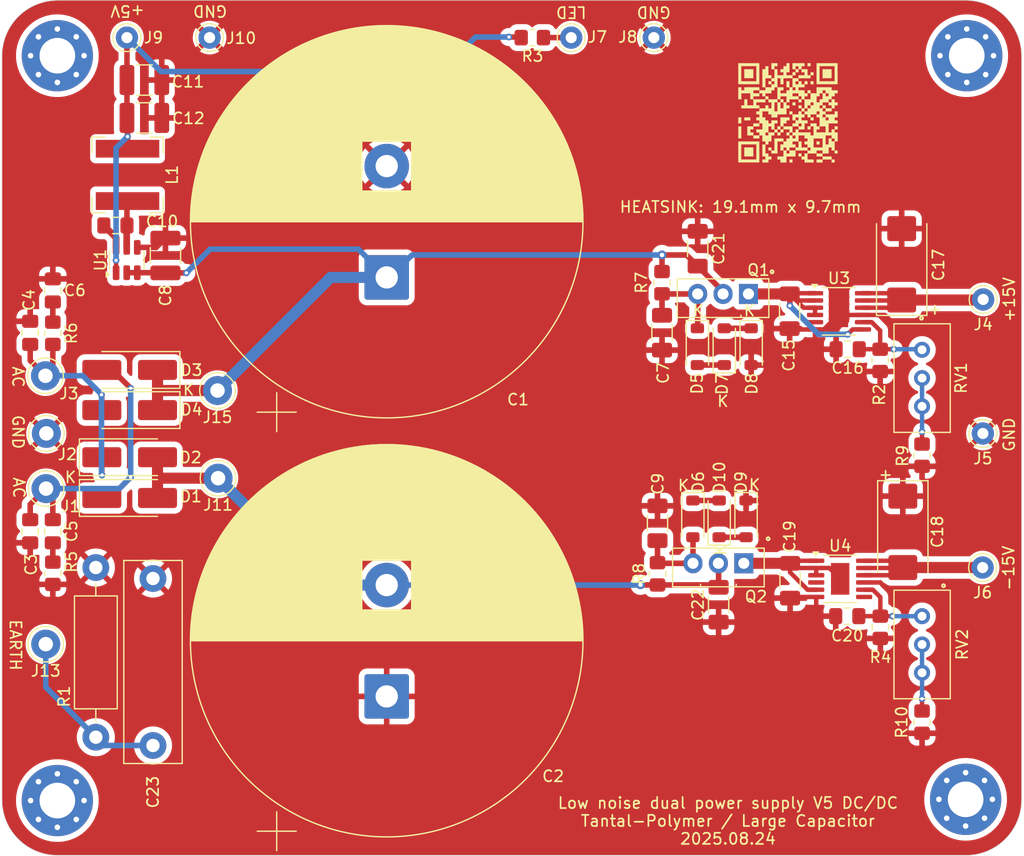
<source format=kicad_pcb>
(kicad_pcb (version 20241229) (generator "pcbnew") (generator_version "9.0")
  (layers (0 "F.Cu" signal) (2 "B.Cu" signal) (13 "F.Paste" user) (15 "B.Paste" user) (5 "F.SilkS" user "F.Silkscreen") (7 "B.SilkS" user "B.Silkscreen") (1 "F.Mask" user) (3 "B.Mask" user) (25 "Edge.Cuts" user))
  (net 0 "")
  (net 1 "GND")
  (net 2 "Net-(D3-K)")
  (net 3 "Net-(D1-A)")
  (net 4 "Net-(D1-K)")
  (net 5 "Net-(D2-K)")
  (net 6 "Net-(D5-K)")
  (net 7 "Net-(D6-A)")
  (net 8 "Net-(U1-BST)")
  (net 9 "Net-(C5-Pad2)")
  (net 10 "Net-(C6-Pad2)")
  (net 11 "/SWOUT")
  (net 12 "Net-(Q1-E)")
  (net 13 "Net-(U3-SET)")
  (net 14 "Net-(J4-Pin_1)")
  (net 15 "Net-(J6-Pin_1)")
  (net 16 "Net-(R9-Pad1)")
  (net 17 "Net-(R10-Pad2)")
  (net 18 "Net-(Q2-E)")
  (net 19 "Net-(U4-SET)")
  (net 20 "Net-(J13-Pin_1)")
  (net 21 "Net-(D5-A)")
  (net 22 "Net-(D10-A)")
  (net 23 "Net-(D7-A)")
  (net 24 "Net-(D10-K)")
  (net 25 "Net-(J7-Pin_1)")
  (net 29 "/VOUT")
  (footprint "MountingHole:MountingHole_3.2mm_M3_Pad_Via" (layer "F.Cu") (at 84.9884 101.1936)
    (property "Reference" "H2" (hide yes))
    (property "Value" "MountingHole")
  )
  (footprint "Connector_Pin:Pin_D1.0mm_L10.0mm" (layer "F.Cu") (at 168.0718 68.2244)
    (property "Reference" "J5")
    (property "Value" "GND")
  )
  (footprint "Capacitor_THT:CP_Radial_D35.0mm_P10.00mm_SnapIn" (layer "F.Cu") (at 114.554 54.2036 90)
    (property "Reference" "C1")
    (property "Value" "22000uF/25V")
  )
  (footprint "MountingHole:MountingHole_3.2mm_M3_Pad_Via" (layer "F.Cu") (at 84.9884 34.29)
    (property "Reference" "H1" (hide yes))
    (property "Value" "MountingHole")
  )
  (footprint "MountingHole:MountingHole_3.2mm_M3_Pad_Via" (layer "F.Cu") (at 166.624 34.29)
    (property "Reference" "H4" (hide yes))
    (property "Value" "MountingHole")
  )
  (footprint "Connector_Pin:Pin_D1.3mm_L11.0mm" (layer "F.Cu") (at 83.9724 73.1735)
    (property "Reference" "J1")
    (property "Value" "AC")
  )
  (footprint "Connector_Pin:Pin_D1.0mm_L10.0mm" (layer "F.Cu") (at 168.0972 56.1848)
    (property "Reference" "J4")
    (property "Value" "+15V")
  )
  (footprint "Potentiometer_THT:Potentiometer_Bourns_3296W_Vertical" (layer "F.Cu") (at 162.6108 60.706 90)
    (property "Reference" "RV1")
    (property "Value" "200k")
  )
  (footprint "Capacitor_THT:CP_Radial_D35.0mm_P10.00mm_SnapIn" (layer "F.Cu") (at 114.554 91.8388 90)
    (property "Reference" "C2")
    (property "Value" "22000uF/25V")
  )
  (footprint "MountingHole:MountingHole_3.2mm_M3_Pad_Via" (layer "F.Cu") (at 166.5224 101.0824)
    (property "Reference" "H3" (hide yes))
    (property "Value" "MountingHole")
  )
  (footprint "Connector_Pin:Pin_D1.0mm_L10.0mm" (layer "F.Cu") (at 131.1148 32.6644 180)
    (property "Reference" "J7")
    (property "Value" "LED")
  )
  (footprint "Connector_Pin:Pin_D1.0mm_L10.0mm" (layer "F.Cu") (at 138.5316 32.6644 180)
    (property "Reference" "J8")
    (property "Value" "GND")
  )
  (footprint "Connector_Pin:Pin_D1.0mm_L10.0mm" (layer "F.Cu") (at 91.2368 32.6644)
    (property "Reference" "J9")
    (property "Value" "+5V")
  )
  (footprint "Connector_Pin:Pin_D1.0mm_L10.0mm" (layer "F.Cu") (at 98.6536 32.6644)
    (property "Reference" "J10")
    (property "Value" "GND")
  )
  (footprint "Resistor_SMD:R_0805_2012Metric_Pad1.20x1.40mm_HandSolder" (layer "F.Cu") (at 127.6256 32.6644 180)
    (property "Reference" "R3")
    (property "Value" "240R")
  )
  (footprint "Connector_Pin:Pin_D1.3mm_L11.0mm" (layer "F.Cu") (at 84 68.216)
    (property "Reference" "J2")
    (property "Value" "GND")
  )
  (footprint "Capacitor_Tantalum_SMD:CP_EIA-7343-31_Kemet-D_HandSolder" (layer "F.Cu") (at 160.782 53.0281 90)
    (property "Reference" "C17")
    (property "Value" "47uF/25V")
  )
  (footprint "Diode_SMD:D_SMA_Handsoldering" (layer "F.Cu") (at 91.48 74.0145)
    (property "Reference" "D1")
    (property "Value" "BYG20D")
  )
  (footprint "Diode_SMD:D_SMA_Handsoldering" (layer "F.Cu") (at 91.48 70.3569)
    (property "Reference" "D2")
    (property "Value" "BYG20D")
  )
  (footprint "Potentiometer_THT:Potentiometer_Bourns_3296W_Vertical" (layer "F.Cu") (at 162.6108 84.6328 90)
    (property "Reference" "RV2")
    (property "Value" "200k")
  )
  (footprint "Connector_Pin:Pin_D1.3mm_L11.0mm" (layer "F.Cu") (at 83.9216 63.0389)
    (property "Reference" "J3")
    (property "Value" "AC")
  )
  (footprint "Diode_SMD:D_SMA_Handsoldering" (layer "F.Cu") (at 91.48 62.5145 180)
    (property "Reference" "D3")
    (property "Value" "BYG20D")
  )
  (footprint "Diode_SMD:D_SMA_Handsoldering" (layer "F.Cu") (at 91.48 66.1213 180)
    (property "Reference" "D4")
    (property "Value" "BYG20D")
  )
  (footprint "Capacitor_SMD:C_0805_2012Metric_Pad1.18x1.45mm_HandSolder" (layer "F.Cu") (at 82.55 77.005 -90)
    (property "Reference" "C3")
    (property "Value" "Cx/10nF/50V")
  )
  (footprint "Capacitor_SMD:C_0805_2012Metric_Pad1.18x1.45mm_HandSolder" (layer "F.Cu") (at 82.55 59.182 -90)
    (property "Reference" "C4")
    (property "Value" "Cx/10nF/50V")
  )
  (footprint "Capacitor_SMD:C_0805_2012Metric_Pad1.18x1.45mm_HandSolder" (layer "F.Cu") (at 84.582 77.005 -90)
    (property "Reference" "C5")
    (property "Value" "Cs/50V")
  )
  (footprint "Capacitor_SMD:C_0805_2012Metric_Pad1.18x1.45mm_HandSolder" (layer "F.Cu") (at 84.582 55.372 -90)
    (property "Reference" "C6")
    (property "Value" "Cs/50V")
  )
  (footprint "Capacitor_SMD:C_1206_3216Metric_Pad1.33x1.80mm_HandSolder" (layer "F.Cu") (at 139.2682 59.1697 -90)
    (property "Reference" "C7")
    (property "Value" "4.7uF/100V")
  )
  (footprint "Capacitor_SMD:C_1206_3216Metric_Pad1.33x1.80mm_HandSolder" (layer "F.Cu") (at 138.8618 76.2843 -90)
    (property "Reference" "C9")
    (property "Value" "4.7uF/100V")
  )
  (footprint "Diode_SMD:D_SOD-123" (layer "F.Cu") (at 142.4432 60.4256 -90)
    (property "Reference" "D5")
    (property "Value" "MMSZ5232B/5.6V")
  )
  (footprint "Diode_SMD:D_SOD-123" (layer "F.Cu") (at 142.036 75.892 -90)
    (property "Reference" "D6")
    (property "Value" "MMSZ5232B/5.6V")
  )
  (footprint "Package_TO_SOT_THT:TO-126-3_Vertical" (layer "F.Cu") (at 147.028 55.6896 180)
    (property "Reference" "Q1")
    (property "Value" "BD139")
  )
  (footprint "Package_TO_SOT_THT:TO-126-3_Vertical" (layer "F.Cu") (at 146.608 79.883 180)
    (property "Reference" "Q2")
    (property "Value" "BD140")
  )
  (footprint "Resistor_SMD:R_0805_2012Metric_Pad1.20x1.40mm_HandSolder" (layer "F.Cu") (at 84.582 80.7775 -90)
    (property "Reference" "R5")
    (property "Value" "Rs/1/8W")
  )
  (footprint "Resistor_SMD:R_0805_2012Metric_Pad1.20x1.40mm_HandSolder" (layer "F.Cu") (at 84.582 59.2195 -90)
    (property "Reference" "R6")
    (property "Value" "Rs/1/8W")
  )
  (footprint "Resistor_SMD:R_0805_2012Metric_Pad1.20x1.40mm_HandSolder" (layer "F.Cu") (at 139.2682 54.6768 -90)
    (property "Reference" "R7")
    (property "Value" "430R/0.5W")
  )
  (footprint "Resistor_SMD:R_0805_2012Metric_Pad1.20x1.40mm_HandSolder" (layer "F.Cu") (at 138.8618 80.828 -90)
    (property "Reference" "R8")
    (property "Value" "430R/0.5W")
  )
  (footprint "Capacitor_Tantalum_SMD:CP_EIA-7343-31_Kemet-D_HandSolder" (layer "F.Cu") (at 160.8836 77.0565 -90)
    (property "Reference" "C18")
    (property "Value" "47uF/25V")
  )
  (footprint "Diode_SMD:D_SOD-123" (layer "F.Cu") (at 144.8562 60.4256 90)
    (property "Reference" "D7")
    (property "Value" "MMSZ5232B/5.6V")
  )
  (footprint "Diode_SMD:D_SOD-123" (layer "F.Cu") (at 147.2692 60.4256 -90)
    (property "Reference" "D8")
    (property "Value" "MMSZ5232B/5.6V")
  )
  (footprint "Diode_SMD:D_SOD-123" (layer "F.Cu") (at 146.812 75.892 -90)
    (property "Reference" "D9")
    (property "Value" "MMSZ5232B/5.6V")
  )
  (footprint "Diode_SMD:D_SOD-123" (layer "F.Cu") (at 144.399 75.892 90)
    (property "Reference" "D10")
    (property "Value" "MMSZ5232B/5.6V")
  )
  (footprint "Capacitor_SMD:C_0805_2012Metric_Pad1.18x1.45mm_HandSolder" (layer "F.Cu") (at 155.8988 84.6299)
    (property "Reference" "C20")
    (property "Value" "470nF/50V")
  )
  (footprint "Connector_Pin:Pin_D1.0mm_L10.0mm" (layer "F.Cu") (at 168.0464 80.264)
    (property "Reference" "J6")
    (property "Value" "-15V")
  )
  (footprint "Capacitor_SMD:C_1206_3216Metric_Pad1.33x1.80mm_HandSolder" (layer "F.Cu") (at 142.4686 51.6271 90)
    (property "Reference" "C21")
    (property "Value" "4.7uF/100V")
  )
  (footprint "Capacitor_SMD:C_1206_3216Metric_Pad1.33x1.80mm_HandSolder" (layer "F.Cu") (at 144.3482 83.6003 90)
    (property "Reference" "C22")
    (property "Value" "4.7uF/100V")
  )
  (footprint "Capacitor_SMD:C_1206_3216Metric_Pad1.33x1.80mm_HandSolder" (layer "F.Cu") (at 150.7641 81.4455 90)
    (property "Reference" "C19")
    (property "Value" "4.7uF/100V")
  )
  (footprint "Package_SO:MSOP-12-1EP_3x4.039mm_P0.65mm_EP1.651x2.845mm" (layer "F.Cu") (at 155.2612 81.2794)
    (property "Reference" "U4")
    (property "Value" "LT3094xMSE")
  )
  (footprint "Capacitor_SMD:C_1206_3216Metric_Pad1.33x1.80mm_HandSolder" (layer "F.Cu") (at 150.7236 57.2393 -90)
    (property "Reference" "C15")
    (property "Value" "4.7uF/100V")
  )
  (footprint "Capacitor_SMD:C_0805_2012Metric_Pad1.18x1.45mm_HandSolder" (layer "F.Cu") (at 155.9345 60.6552 180)
    (property "Reference" "C16")
    (property "Value" "470nF/50V")
  )
  (footprint "Package_SO:MSOP-12-1EP_3x4.039mm_P0.65mm_EP1.651x2.845mm" (layer "F.Cu") (at 155.1562 57.251)
    (property "Reference" "U3")
    (property "Value" "LT3045xMSE")
  )
  (footprint "Capacitor_THT:C_Rect_L18.0mm_W5.0mm_P15.00mm_FKS3_FKP3" (layer "F.Cu") (at 93.5736 96.2476 90)
    (property "Reference" "C23")
    (property "Value" "2.2nF/2kV")
  )
  (footprint "LOGO" (layer "F.Cu") (at 150.5712 39.4208)
    (property "Reference" "G***" (hide yes))
    (property "Value" "LOGO" (hide yes))
  )
  (footprint "Capacitor_SMD:C_0805_2012Metric_Pad1.18x1.45mm_HandSolder" (layer "F.Cu") (at 90.198652 49.539652 180)
    (property "Reference" "C10")
    (property "Value" "100nF/50V/X7R")
  )
  (footprint "Capacitor_SMD:C_1210_3225Metric_Pad1.33x2.70mm_HandSolder" (layer "F.Cu") (at 92.7993 39.878)
    (property "Reference" "C12")
    (property "Value" "22uF/25V/X7R")
  )
  (footprint "Connector_Pin:Pin_D1.3mm_L11.0mm" (layer "F.Cu") (at 83.947 87.1435)
    (property "Reference" "J13")
    (property "Value" "EARTH")
  )
  (footprint "Resistor_THT:R_Axial_DIN0411_L9.9mm_D3.6mm_P15.24mm_Horizontal" (layer "F.Cu") (at 88.4428 80.264 -90)
    (property "Reference" "R1")
    (property "Value" "100R/2W")
  )
  (footprint "Inductor_SMD:L_Bourns-SRN6028" (layer "F.Cu") (at 91.2876 44.9956 90)
    (property "Reference" "L1")
    (property "Value" "4.7uH")
  )
  (footprint "Connector_Pin:Pin_D1.3mm_L11.0mm" (layer "F.Cu") (at 99.4156 72.2376)
    (property "Reference" "J11")
    (property "Value" "-21.5V")
  )
  (footprint "Resistor_SMD:R_0805_2012Metric_Pad1.20x1.40mm_HandSolder" (layer "F.Cu") (at 162.6108 94.1484 90)
    (property "Reference" "R10")
    (property "Value" "Rvset")
  )
  (footprint "Resistor_SMD:R_0805_2012Metric_Pad1.20x1.40mm_HandSolder" (layer "F.Cu") (at 158.8667 85.6299 90)
    (property "Reference" "R4")
    (property "Value" "Rvset")
  )
  (footprint "Capacitor_SMD:C_1210_3225Metric_Pad1.33x2.70mm_HandSolder" (layer "F.Cu") (at 92.7993 36.4744)
    (property "Reference" "C11")
    (property "Value" "22uF/25V/X7R")
  )
  (footprint "Connector_Pin:Pin_D1.3mm_L11.0mm" (layer "F.Cu") (at 99.3648 64.3636)
    (property "Reference" "J15")
    (property "Value" "+21.5V")
  )
  (footprint "Resistor_SMD:R_0805_2012Metric_Pad1.20x1.40mm_HandSolder" (layer "F.Cu") (at 158.8516 61.6552 -90)
    (property "Reference" "R2")
    (property "Value" "Rvset")
  )
  (footprint "Capacitor_SMD:C_1210_3225Metric_Pad1.33x2.70mm_HandSolder" (layer "F.Cu") (at 94.6912 52.2347 90)
    (property "Reference" "C8")
    (property "Value" "10uF/100V/X7R")
  )
  (footprint "Resistor_SMD:R_0805_2012Metric_Pad1.20x1.40mm_HandSolder" (layer "F.Cu") (at 162.6108 70.1708 -90)
    (property "Reference" "R9")
    (property "Value" "Rvset")
  )
  (footprint "Package_TO_SOT_SMD:TSOT-23-6" (layer "F.Cu") (at 91.212852 52.643952 90)
    (property "Reference" "U1")
    (property "Value" "AP63205WU")
  )
  (gr_arc (start 80.01 34.3116) (mid 81.474466 30.776066) (end 85.01 29.3116) (stroke (width 0.05)) (layer "Edge.Cuts"))
  (gr_line (start 85.01 29.3116) (end 166.5516 29.3116) (stroke (width 0.05)) (layer "Edge.Cuts"))
  (gr_line (start 80.01 101.1212) (end 80.01 34.3116) (stroke (width 0.05)) (layer "Edge.Cuts"))
  (gr_line (start 171.5516 34.3116) (end 171.5516 101.1212) (stroke (width 0.05)) (layer "Edge.Cuts"))
  (gr_arc (start 166.5516 29.3116) (mid 170.087134 30.776066) (end 171.5516 34.3116) (stroke (width 0.05)) (layer "Edge.Cuts"))
  (gr_arc (start 85.01 106.1212) (mid 81.474466 104.656734) (end 80.01 101.1212) (stroke (width 0.05)) (layer "Edge.Cuts"))
  (gr_arc (start 171.5516 101.1212) (mid 170.087134 104.656734) (end 166.5516 106.1212) (stroke (width 0.05)) (layer "Edge.Cuts"))
  (gr_line (start 166.5516 106.1212) (end 85.01 106.1212) (stroke (width 0.05)) (layer "Edge.Cuts"))
  (gr_text "+5V" (at 91.2876 30.2768 180) (layer "F.SilkS") (effects (font (size 1 1))))
  (gr_text "K" (at 86.1695 72.1575 0) (layer "F.SilkS") (effects (font (size 1 1))))
  (gr_text "K" (at 96.774 64.2835 0) (layer "F.SilkS") (effects (font (size 1 1))))
  (gr_text "K" (at 141.1986 72.8938 0) (layer "F.SilkS") (effects (font (size 1 1))))
  (gr_text "°" (at 162.56 58.2676 0) (layer "F.SilkS") (effects (font (size 1 1))))
  (gr_text "°" (at 149.1488 54.102 0) (layer "F.SilkS") (effects (font (size 1 1))))
  (gr_text "°" (at 148.7932 78.0796 0) (layer "F.SilkS") (effects (font (size 1 1))))
  (gr_text "-15V" (at 170.3832 80.3148 90) (layer "F.SilkS") (effects (font (size 1 1))))
  (gr_text "+" (at 158.6236 72.4665 0) (layer "F.SilkS") (effects (font (size 1 1)) (justify left bottom)))
  (gr_text "LED" (at 131.1148 30.3784 180) (layer "F.SilkS") (effects (font (size 1 1))))
  (gr_text "AC" (at 81.4578 63.1405 270) (layer "F.SilkS") (effects (font (size 1 1))))
  (gr_text "GND" (at 138.5316 30.3784 180) (layer "F.SilkS") (effects (font (size 1 1))))
  (gr_text "K" (at 142.5448 57.1754 0) (layer "F.SilkS") (effects (font (size 1 1))))
  (gr_text "K" (at 144.7292 65.3288 0) (layer "F.SilkS") (effects (font (size 1 1))))
  (gr_text "EARTH" (at 81.2292 87.2236 270) (layer "F.SilkS") (effects (font (size 1 1))))
  (gr_text "GND" (at 170.434 68.326 90) (layer "F.SilkS") (effects (font (size 1 1))))
  (gr_text "+" (at 163.042 57.6181 0) (layer "F.SilkS") (effects (font (size 1 1)) (justify left bottom)))
  (gr_text "HEATSINK: 19.1mm x 9.7mm" (at 135.382 48.4632 0) (layer "F.SilkS") (effects (font (size 1 1)) (justify left bottom)))
  (gr_text "K" (at 147.574 72.843 0) (layer "F.SilkS") (effects (font (size 1 1))))
  (gr_text "°" (at 164.5412 82.2978 0) (layer "F.SilkS") (effects (font (size 1 1))))
  (gr_text "K" (at 147.1168 57.1754 0) (layer "F.SilkS") (effects (font (size 1 1))))
  (gr_text "K" (at 144.5006 78.685 90) (layer "F.SilkS") (effects (font (size 1 1))))
  (gr_text "GND" (at 81.4578 68.093455 270) (layer "F.SilkS") (effects (font (size 1 1))))
  (gr_text "GND" (at 98.7044 30.2768 180) (layer "F.SilkS") (effects (font (size 1 1))))
  (gr_text "Low noise dual power supply V5 DC/DC\nTantal-Polymer / Large Capacitor\n2025.08.24" (at 145.1864 103.0224 0) (layer "F.SilkS") (effects (font (size 1 1))))
  (gr_text "AC" (at 81.534 73.0973 270) (layer "F.SilkS") (effects (font (size 1 1))))
  (gr_text "+15V" (at 170.434 56.1848 90) (layer "F.SilkS") (effects (font (size 1 1))))
  (segment (start 158.8712 81.6044) (end 160.8328 83.566) (width 0.4) (layer "F.Cu") (net 1))
  (segment (start 92.162852 51.506452) (end 93.856948 51.506452) (width 0.5) (layer "F.Cu") (net 1))
  (segment (start 150.7978 58.876) (end 150.7236 58.8018) (width 0.4) (layer "F.Cu") (net 1))
  (segment (start 153.1112 82.9044) (end 153.1112 84.5312) (width 0.4) (layer "F.Cu") (net 1))
  (segment (start 153.0062 58.876) (end 153.792492 58.876) (width 0.4) (layer "F.Cu") (net 1))
  (segment (start 157.3062 57.576) (end 155.4812 57.576) (width 0.4) (layer "F.Cu") (net 1))
  (segment (start 153.792492 58.876) (end 155.1562 57.512292) (width 0.4) (layer "F.Cu") (net 1))
  (segment (start 155.1562 57.512292) (end 155.1562 57.251) (width 0.4) (layer "F.Cu") (net 1))
  (segment (start 157.3062 57.576) (end 159.27732 57.576) (width 0.4) (layer "F.Cu") (net 1))
  (segment (start 157.4112 81.6044) (end 158.8712 81.6044) (width 0.4) (layer "F.Cu") (net 1))
  (segment (start 159.27732 57.576) (end 160.68012 58.9788) (width 0.4) (layer "F.Cu") (net 1))
  (segment (start 153.0062 59.8644) (end 153.035 59.8932) (width 0.4) (layer "F.Cu") (net 1))
  (segment (start 153.0062 58.876) (end 150.7978 58.876) (width 0.4) (layer "F.Cu") (net 1))
  (segment (start 160.68012 58.9788) (end 161.9504 58.9788) (width 0.4) (layer "F.Cu") (net 1))
  (segment (start 153.1112 82.9044) (end 150.8677 82.9044) (width 0.4) (layer "F.Cu") (net 1))
  (segment (start 150.8677 82.9044) (end 150.7641 83.008) (width 0.4) (layer "F.Cu") (net 1))
  (segment (start 155.4812 57.576) (end 155.1562 57.251) (width 0.4) (layer "F.Cu") (net 1))
  (segment (start 153.0062 58.876) (end 153.0062 59.8644) (width 0.4) (layer "F.Cu") (net 1))
  (segment (start 153.1112 84.5312) (end 153.162 84.582) (width 0.4) (layer "F.Cu") (net 1))
  (segment (start 93.856948 51.506452) (end 94.6912 50.6722) (width 0.5) (layer "F.Cu") (net 1))
  (segment (start 150.8768 82.9044) (end 150.7641 82.7917) (width 0.4) (layer "F.Cu") (net 1))
  (segment (start 93.98 64.3636) (end 93.98 62.5145) (width 1) (layer "F.Cu") (net 2))
  (segment (start 93.98 66.1213) (end 93.98 64.3636) (width 1) (layer "F.Cu") (net 2))
  (segment (start 144.748 55.6896) (end 144.748 55.469) (width 0.5) (layer "F.Cu") (net 2))
  (segment (start 96.5708 53.7972) (end 94.6912 53.7972) (width 0.5) (layer "F.Cu") (net 2))
  (segment (start 94.675452 53.781452) (end 94.6912 53.7972) (width 0.5) (layer "F.Cu") (net 2))
  (segment (start 144.748 55.469) (end 142.4686 53.1896) (width 0.5) (layer "F.Cu") (net 2))
  (segment (start 141.4686 52.1896) (end 142.4686 53.1896) (width 0.5) (layer "F.Cu") (net 2))
  (segment (start 92.162852 53.781452) (end 94.675452 53.781452) (width 0.5) (layer "F.Cu") (net 2))
  (segment (start 99.3648 64.3636) (end 93.98 64.3636) (width 1) (layer "F.Cu") (net 2))
  (segment (start 139.2682 52.1896) (end 141.4686 52.1896) (width 0.5) (layer "F.Cu") (net 2))
  (segment (start 91.212852 53.781452) (end 92.162852 53.781452) (width 0.5) (layer "F.Cu") (net 2))
  (segment (start 139.2682 53.6768) (end 139.2682 52.1896) (width 0.5) (layer "F.Cu") (net 2))
  (via (at 96.5708 53.7972) (size 0.6) (drill 0.3) (layers "F.Cu" "B.Cu") (net 2))
  (via (at 139.2682 52.1896) (size 0.8) (drill 0.4) (layers "F.Cu" "B.Cu") (net 2))
  (segment (start 139.2682 52.1896) (end 116.822 52.1896) (width 0.5) (layer "B.Cu") (net 2))
  (segment (start 114.554 54.2036) (end 112.014 51.6636) (width 0.5) (layer "B.Cu") (net 2))
  (segment (start 114.808 54.2036) (end 114.554 54.2036) (width 0.5) (layer "B.Cu") (net 2))
  (segment (start 114.554 54.2036) (end 109.5248 54.2036) (width 1) (layer "B.Cu") (net 2))
  (segment (start 109.5248 54.2036) (end 99.3648 64.3636) (width 1) (layer "B.Cu") (net 2))
  (segment (start 116.822 52.1896) (end 114.808 54.2036) (width 0.5) (layer "B.Cu") (net 2))
  (segment (start 98.7044 51.6636) (end 96.5708 53.7972) (width 0.5) (layer "B.Cu") (net 2))
  (segment (start 112.014 51.6636) (end 98.7044 51.6636) (width 0.5) (layer "B.Cu") (net 2))
  (segment (start 144.3482 79.9032) (end 144.328 79.883) (width 0.5) (layer "F.Cu") (net 3))
  (segment (start 138.8618 81.828) (end 144.1384 81.828) (width 0.5) (layer "F.Cu") (net 3))
  (segment (start 99.4156 72.2376) (end 93.98 72.2376) (width 1) (layer "F.Cu") (net 3))
  (segment (start 137.3566 81.828) (end 137.3378 81.8092) (width 0.5) (layer "F.Cu") (net 3))
  (segment (start 144.1384 81.828) (end 144.3482 82.0378) (width 0.5) (layer "F.Cu") (net 3))
  (segment (start 93.98 74.0145) (end 93.98 72.2376) (width 1) (layer "F.Cu") (net 3))
  (segment (start 93.98 72.2376) (end 93.98 70.3569) (width 1) (layer "F.Cu") (net 3))
  (segment (start 144.3482 82.0378) (end 144.3482 79.9032) (width 0.5) (layer "F.Cu") (net 3))
  (segment (start 138.8618 81.828) (end 137.3566 81.828) (width 0.5) (layer "F.Cu") (net 3))
  (via (at 137.3378 81.8092) (size 0.8) (drill 0.4) (layers "F.Cu" "B.Cu") (net 3))
  (segment (start 109.0168 81.8388) (end 99.4156 72.2376) (width 1) (layer "B.Cu") (net 3))
  (segment (start 137.3082 81.8388) (end 114.554 81.8388) (width 0.5) (layer "B.Cu") (net 3))
  (segment (start 137.3378 81.8092) (end 137.3082 81.8388) (width 0.5) (layer "B.Cu") (net 3))
  (segment (start 114.554 81.8388) (end 109.0168 81.8388) (width 1) (layer "B.Cu") (net 3))
  (segment (start 89.925 62.5145) (end 91.567 64.1565) (width 0.5) (layer "F.Cu") (net 4))
  (segment (start 84.582 75.9675) (end 84.582 73.7831) (width 0.5) (layer "F.Cu") (net 4))
  (segment (start 82.55 74.5959) (end 83.9724 73.1735) (width 0.5) (layer "F.Cu") (net 4))
  (segment (start 89.71 74.0145) (end 91.567 72.1575) (width 0.5) (layer "F.Cu") (net 4))
  (segment (start 82.55 75.9675) (end 82.55 74.5959) (width 0.5) (layer "F.Cu") (net 4))
  (via (at 91.567 64.1565) (size 0.6) (drill 0.3) (layers "F.Cu" "B.Cu") (net 4))
  (via (at 91.567 72.1575) (size 0.6) (drill 0.3) (layers "F.Cu" "B.Cu") (net 4))
  (segment (start 90.551 73.1735) (end 91.567 72.1575) (width 0.5) (layer "B.Cu") (net 4))
  (segment (start 91.567 72.1575) (end 91.567 64.1565) (width 0.5) (layer "B.Cu") (net 4))
  (segment (start 83.9724 73.1735) (end 90.551 73.1735) (width 0.5) (layer "B.Cu") (net 4))
  (segment (start 88.98 70.3569) (end 88.98 71.9327) (width 0.5) (layer "F.Cu") (net 5))
  (segment (start 88.98 64.7699) (end 88.9508 64.7407) (width 0.5) (layer "F.Cu") (net 5))
  (segment (start 88.98 66.1213) (end 88.98 64.7699) (width 0.5) (layer "F.Cu") (net 5))
  (segment (start 84.582 60.2195) (end 84.582 62.3785) (width 0.5) (layer "F.Cu") (net 5))
  (segment (start 82.55 60.2195) (end 82.55 61.6673) (width 0.5) (layer "F.Cu") (net 5))
  (segment (start 82.55 61.6673) (end 83.9216 63.0389) (width 0.5) (layer "F.Cu") (net 5))
  (segment (start 88.98 71.9327) (end 89.0016 71.9543) (width 0.5) (layer "F.Cu") (net 5))
  (via (at 89.0016 71.9543) (size 0.6) (drill 0.3) (layers "F.Cu" "B.Cu") (net 5))
  (via (at 88.9508 64.7407) (size 0.6) (drill 0.3) (layers "F.Cu" "B.Cu") (net 5))
  (segment (start 88.9508 64.7108) (end 87.2789 63.0389) (width 0.5) (layer "B.Cu") (net 5))
  (segment (start 88.9508 64.7407) (end 88.9508 64.7108) (width 0.5) (layer "B.Cu") (net 5))
  (segment (start 88.9508 71.9035) (end 88.9508 64.7407) (width 0.5) (layer "B.Cu") (net 5))
  (segment (start 89.0016 71.9543) (end 88.9508 71.9035) (width 0.5) (layer "B.Cu") (net 5))
  (segment (start 83.9216 63.0389) (end 87.2789 63.0389) (width 0.5) (layer "B.Cu") (net 5))
  (segment (start 142.468 55.6896) (end 139.281 55.6896) (width 0.5) (layer "F.Cu") (net 6))
  (segment (start 139.281 55.6896) (end 139.2682 55.6768) (width 0.5) (layer "F.Cu") (net 6))
  (segment (start 139.2682 55.6768) (end 139.2682 57.6072) (width 0.5) (layer "F.Cu") (net 6))
  (segment (start 142.468 55.6896) (end 142.468 58.7508) (width 0.5) (layer "F.Cu") (net 6))
  (segment (start 142.468 58.7508) (end 142.4432 58.7756) (width 0.5) (layer "F.Cu") (net 6))
  (segment (start 138.9168 79.883) (end 138.8618 79.828) (width 0.5) (layer "F.Cu") (net 7))
  (segment (start 142.048 77.554) (end 142.036 77.542) (width 0.5) (layer "F.Cu") (net 7))
  (segment (start 142.048 79.883) (end 142.048 77.554) (width 0.5) (layer "F.Cu") (net 7))
  (segment (start 142.048 79.883) (end 138.9168 79.883) (width 0.5) (layer "F.Cu") (net 7))
  (segment (start 138.8618 79.828) (end 138.8618 77.8468) (width 0.5) (layer "F.Cu") (net 7))
  (segment (start 90.262852 51.506452) (end 90.262852 50.641352) (width 0.6) (layer "F.Cu") (net 8))
  (segment (start 90.262852 50.641352) (end 89.161152 49.539652) (width 0.6) (layer "F.Cu") (net 8))
  (segment (start 84.582 79.7775) (end 84.582 78.0425) (width 0.5) (layer "F.Cu") (net 9))
  (segment (start 84.582 58.2195) (end 84.582 56.4095) (width 0.5) (layer "F.Cu") (net 10))
  (segment (start 91.212852 51.506452) (end 91.212852 49.562952) (width 0.6) (layer "F.Cu") (net 11))
  (segment (start 91.212852 49.562952) (end 91.236152 49.539652) (width 0.6) (layer "F.Cu") (net 11))
  (segment (start 91.236152 47.397048) (end 91.2876 47.3456) (width 0.5) (layer "F.Cu") (net 11))
  (segment (start 91.236152 49.539652) (end 91.236152 47.397048) (width 0.5) (layer "F.Cu") (net 11))
  (segment (start 153.0062 57.576) (end 153.0062 56.926) (width 0.4) (layer "F.Cu") (net 12))
  (segment (start 157.3062 58.876) (end 156.3752 58.876) (width 0.4) (layer "F.Cu") (net 12))
  (segment (start 150.7744 55.626) (end 150.7236 55.6768) (width 0.4) (layer "F.Cu") (net 12))
  (segment (start 153.0062 55.626) (end 150.7744 55.626) (width 0.4) (layer "F.Cu") (net 12))
  (segment (start 150.7429 55.6961) (end 150.7236 55.6768) (width 0.5) (layer "F.Cu") (net 12))
  (segment (start 151.3228 56.276) (end 150.7236 55.6768) (width 0.4) (layer "F.Cu") (net 12))
  (segment (start 153.0062 56.276) (end 151.3228 56.276) (width 0.4) (layer "F.Cu") (net 12))
  (segment (start 150.7429 56.7436) (end 150.7429 55.6961) (width 0.5) (layer "F.Cu") (net 12))
  (segment (start 151.9728 56.926) (end 150.7236 55.6768) (width 0.4) (layer "F.Cu") (net 12))
  (segment (start 147.028 55.6896) (end 150.7108 55.6896) (width 1) (layer "F.Cu") (net 12))
  (segment (start 156.3752 58.876) (end 155.9372 59.314) (width 0.4) (layer "F.Cu") (net 12))
  (segment (start 150.7108 55.6896) (end 150.7236 55.6768) (width 1) (layer "F.Cu") (net 12))
  (segment (start 153.0062 56.926) (end 151.9728 56.926) (width 0.4) (layer "F.Cu") (net 12))
  (via (at 155.9372 59.314) (size 0.6) (drill 0.3) (layers "F.Cu" "B.Cu") (net 12))
  (via (at 150.7429 56.7436) (size 0.6) (drill 0.3) (layers "F.Cu" "B.Cu") (net 12))
  (segment (start 153.3133 59.314) (end 150.7429 56.7436) (width 0.5) (layer "B.Cu") (net 12))
  (segment (start 155.9372 59.314) (end 153.3133 59.314) (width 0.5) (layer "B.Cu") (net 12))
  (segment (start 158.8516 58.985108) (end 158.8516 60.6552) (width 0.4) (layer "F.Cu") (net 13))
  (segment (start 157.3062 58.226) (end 158.092492 58.226) (width 0.4) (layer "F.Cu") (net 13))
  (segment (start 158.092492 58.226) (end 158.8516 58.985108) (width 0.4) (layer "F.Cu") (net 13))
  (segment (start 158.8516 60.6552) (end 156.972 60.6552) (width 0.4) (layer "F.Cu") (net 13))
  (segment (start 160.0708 60.6552) (end 158.8516 60.6552) (width 0.4) (layer "F.Cu") (net 13))
  (via (at 160.0708 60.6552) (size 0.6) (drill 0.3) (layers "F.Cu" "B.Cu") (net 13))
  (segment (start 162.56 60.6552) (end 162.6108 60.706) (width 0.4) (layer "B.Cu") (net 13))
  (segment (start 160.0708 60.6552) (end 162.56 60.6552) (width 0.4) (layer "B.Cu") (net 13))
  (segment (start 160.0916 56.926) (end 160.782 56.2356) (width 0.4) (layer "F.Cu") (net 14))
  (segment (start 160.7416 56.276) (end 160.782 56.2356) (width 0.4) (layer "F.Cu") (net 14))
  (segment (start 157.3062 56.926) (end 160.0916 56.926) (width 0.4) (layer "F.Cu") (net 14))
  (segment (start 168.0464 56.2356) (end 168.0972 56.1848) (width 1) (layer "F.Cu") (net 14))
  (segment (start 160.1724 55.626) (end 160.782 56.2356) (width 0.4) (layer "F.Cu") (net 14))
  (segment (start 160.782 56.2356) (end 168.0464 56.2356) (width 1) (layer "F.Cu") (net 14))
  (segment (start 157.3062 55.626) (end 160.1724 55.626) (width 0.4) (layer "F.Cu") (net 14))
  (segment (start 157.3062 56.276) (end 160.7416 56.276) (width 0.4) (layer "F.Cu") (net 14))
  (segment (start 160.274 79.6544) (end 160.8836 80.264) (width 0.4) (layer "F.Cu") (net 15))
  (segment (start 160.8432 80.3044) (end 160.8836 80.264) (width 0.4) (layer "F.Cu") (net 15))
  (segment (start 160.8836 80.264) (end 168.0464 80.264) (width 1) (layer "F.Cu") (net 15))
  (segment (start 157.4112 79.6544) (end 160.274 79.6544) (width 0.4) (layer "F.Cu") (net 15))
  (segment (start 157.4112 80.3044) (end 160.8432 80.3044) (width 0.4) (layer "F.Cu") (net 15))
  (segment (start 160.1932 80.9544) (end 160.8836 80.264) (width 0.4) (layer "F.Cu") (net 15))
  (segment (start 157.4112 80.9544) (end 160.1932 80.9544) (width 0.4) (layer "F.Cu") (net 15))
  (segment (start 162.6108 68.072) (end 162.6108 69.1708) (width 0.4) (layer "F.Cu") (net 16))
  (via (at 162.6108 68.072) (size 0.6) (drill 0.3) (layers "F.Cu" "B.Cu") (net 16))
  (segment (start 162.6108 65.786) (end 162.6108 68.072) (width 0.4) (layer "B.Cu") (net 16))
  (segment (start 162.6108 63.246) (end 162.6108 65.786) (width 0.4) (layer "B.Cu") (net 16))
  (segment (start 162.6108 92.0496) (end 162.6108 93.1484) (width 0.4) (layer "F.Cu") (net 17))
  (via (at 162.6108 92.0496) (size 0.6) (drill 0.3) (layers "F.Cu" "B.Cu") (net 17))
  (segment (start 162.6108 87.1728) (end 162.6108 89.7128) (width 0.4) (layer "B.Cu") (net 17))
  (segment (start 162.6108 89.7128) (end 162.6108 92.0496) (width 0.4) (layer "B.Cu") (net 17))
  (segment (start 153.1112 80.9544) (end 153.1112 80.3044) (width 0.4) (layer "F.Cu") (net 18))
  (segment (start 153.1112 79.6544) (end 150.9927 79.6544) (width 0.4) (layer "F.Cu") (net 18))
  (segment (start 153.1112 80.3044) (end 154.2862 80.3044) (width 0.4) (layer "F.Cu") (net 18))
  (segment (start 153.1112 82.2544) (end 152.324908 82.2544) (width 0.4) (layer "F.Cu") (net 18))
  (segment (start 150.9927 79.6544) (end 150.7641 79.883) (width 0.4) (layer "F.Cu") (net 18))
  (segment (start 146.608 79.883) (end 150.7641 79.883) (width 1) (layer "F.Cu") (net 18))
  (segment (start 152.324908 82.2544) (end 150.7641 80.693592) (width 0.4) (layer "F.Cu") (net 18))
  (segment (start 150.7641 80.693592) (end 150.7641 79.883) (width 0.4) (layer "F.Cu") (net 18))
  (segment (start 150.7468 79.684) (end 150.7641 79.6667) (width 0.5) (layer "F.Cu") (net 18))
  (segment (start 153.1112 80.3044) (end 151.1855 80.3044) (width 0.4) (layer "F.Cu") (net 18))
  (segment (start 154.2862 80.3044) (end 155.2612 81.2794) (width 0.4) (layer "F.Cu") (net 18))
  (segment (start 151.1855 80.3044) (end 150.7641 79.883) (width 0.4) (layer "F.Cu") (net 18))
  (segment (start 150.7764 79.6544) (end 150.7641 79.6667) (width 0.4) (layer "F.Cu") (net 18))
  (segment (start 159.9692 84.6328) (end 158.8696 84.6328) (width 0.4) (layer "F.Cu") (net 19))
  (segment (start 157.4112 82.2544) (end 158.197492 82.2544) (width 0.4) (layer "F.Cu") (net 19))
  (segment (start 158.8696 84.6328) (end 158.8667 84.6299) (width 0.4) (layer "F.Cu") (net 19))
  (segment (start 158.197492 82.2544) (end 158.8667 82.923608) (width 0.4) (layer "F.Cu") (net 19))
  (segment (start 158.8667 84.6299) (end 156.9363 84.6299) (width 0.4) (layer "F.Cu") (net 19))
  (segment (start 158.8667 82.923608) (end 158.8667 84.6299) (width 0.4) (layer "F.Cu") (net 19))
  (via (at 159.9692 84.6328) (size 0.6) (drill 0.3) (layers "F.Cu" "B.Cu") (net 19))
  (segment (start 159.9692 84.6328) (end 162.6108 84.6328) (width 0.4) (layer "B.Cu") (net 19))
  (segment (start 93.5736 96.2476) (end 89.1864 96.2476) (width 0.5) (layer "B.Cu") (net 20))
  (segment (start 88.4428 95.504) (end 83.947 91.0082) (width 0.5) (layer "B.Cu") (net 20))
  (segment (start 89.1864 96.2476) (end 88.4428 95.504) (width 0.5) (layer "B.Cu") (net 20))
  (segment (start 83.947 91.0082) (end 83.947 87.1435) (width 0.5) (layer "B.Cu") (net 20))
  (segment (start 142.4432 62.0756) (end 144.8562 62.0756) (width 0.5) (layer "F.Cu") (net 21))
  (segment (start 142.036 74.242) (end 144.399 74.242) (width 0.5) (layer "F.Cu") (net 22))
  (segment (start 144.8562 58.7756) (end 147.2692 58.7756) (width 0.5) (layer "F.Cu") (net 23))
  (segment (start 144.399 77.542) (end 146.9136 77.542) (width 0.5) (layer "F.Cu") (net 24))
  (segment (start 128.6256 32.6644) (end 131.1148 32.6644) (width 0.5) (layer "F.Cu") (net 25))
  (segment (start 91.2368 39.878) (end 91.2368 36.4744) (width 0.5) (layer "F.Cu") (net 29))
  (segment (start 91.2876 41.5544) (end 91.2876 39.9288) (width 0.5) (layer "F.Cu") (net 29))
  (segment (start 125.5268 32.6136) (end 126.5748 32.6136) (width 0.5) (layer "F.Cu") (net 29))
  (segment (start 90.259159 53.777759) (end 90.262852 53.781452) (width 0.4) (layer "F.Cu") (net 29))
  (segment (start 91.2368 36.4744) (end 91.2368 32.6644) (width 0.5) (layer "F.Cu") (net 29))
  (segment (start 91.2876 39.9288) (end 91.2368 39.878) (width 0.5) (layer "F.Cu") (net 29))
  (segment (start 91.2876 42.6456) (end 91.2876 41.5544) (width 0.5) (layer "F.Cu") (net 29))
  (segment (start 126.5748 32.6136) (end 126.6256 32.6644) (width 0.5) (layer "F.Cu") (net 29))
  (segment (start 90.259159 52.668952) (end 90.259159 53.777759) (width 0.4) (layer "F.Cu") (net 29))
  (via (at 125.5268 32.6136) (size 0.6) (drill 0.3) (layers "F.Cu" "B.Cu") (net 29))
  (via (at 90.259159 52.668952) (size 0.6) (drill 0.3) (layers "F.Cu" "B.Cu") (net 29))
  (via (at 91.2876 41.5544) (size 0.6) (drill 0.3) (layers "F.Cu" "B.Cu") (net 29))
  (segment (start 94.2848 35.7124) (end 119.4308 35.7124) (width 0.5) (layer "B.Cu") (net 29))
  (segment (start 91.2368 32.6644) (end 94.2848 35.7124) (width 0.5) (layer "B.Cu") (net 29))
  (segment (start 122.5296 32.6136) (end 125.5268 32.6136) (width 0.5) (layer "B.Cu") (net 29))
  (segment (start 90.259159 42.582841) (end 90.259159 52.668952) (width 0.5) (layer "B.Cu") (net 29))
  (segment (start 119.4308 35.7124) (end 122.5296 32.6136) (width 0.5) (layer "B.Cu") (net 29))
  (segment (start 91.2876 41.5544) (end 90.259159 42.582841) (width 0.5) (layer "B.Cu") (net 29))
  (zone (net 1) (net_name "GND") (layer "F.Cu") (connect_pads (clearance 0.508)) (min_thickness 0.254) (fill yes (thermal_gap 0.508) (thermal_bridge_width 0.508))
    (polygon (pts (xy 171.5354 106.121) (xy 80 106.121) (xy 80 29.302) (xy 171.5354 29.302)))
  )
)
</source>
